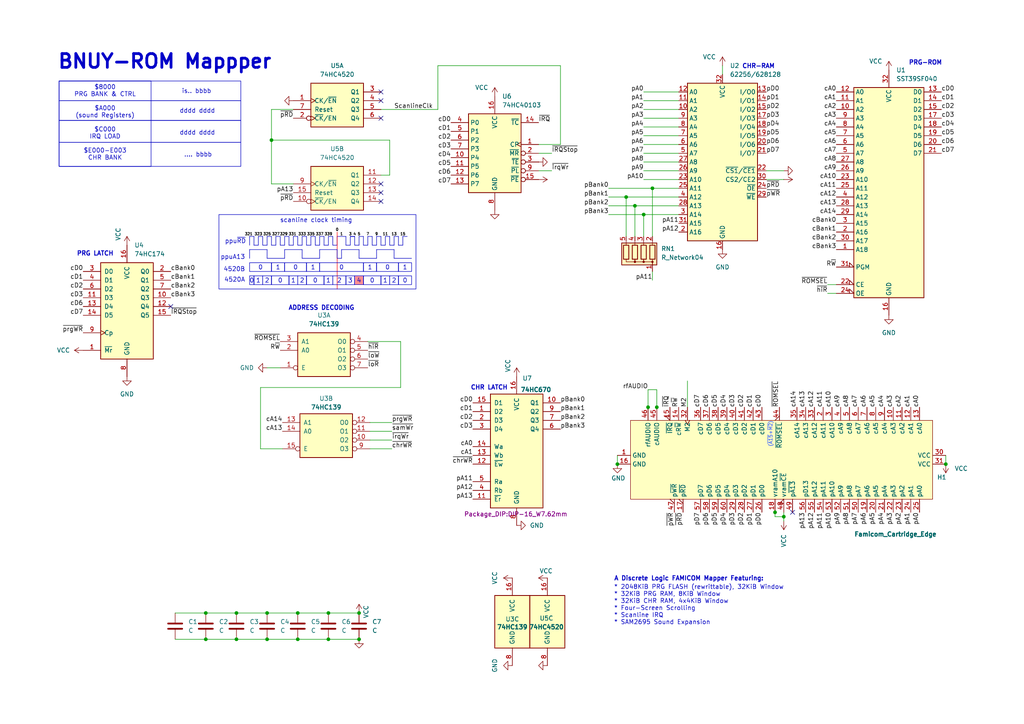
<source format=kicad_sch>
(kicad_sch (version 20250114) (generator "eeschema") (generator_version "9.0")
  (paper "A4")
  (title_block (title "BNUY-ROM Board") (date "2025-06-30") (rev "v0c"))
  (rectangle (start 17.145 34.925) (end 69.85 41.275))
  (rectangle (start 17.145 29.21) (end 69.85 34.925))
  (rectangle (start 63.5 62.23) (end 120.65 83.82))
  (rectangle (start 17.145 41.275) (end 69.85 48.26))
  (rectangle (start 17.145 23.495) (end 69.85 29.21))
  (text "3" (at 101.6 68.072 0) (effects (font (size 0.762 0.762))))
  (text "BNUY-ROM Mappper\n" (at 16.51 20.32 0) (effects (font (size 4 4) (thickness 0.8) (bold yes)) (justify left bottom)))
  (text "335" (at 90.17 68.072 0) (effects (font (size 0.762 0.762))))
  (text "321" (at 72.136 68.072 0) (effects (font (size 0.762 0.762))))
  (text "is.. bbbb" (at 52.705 27.305 0) (effects (font (size 1.27 1.27)) (justify left bottom)))
  (text "* 2048KiB PRG FLASH (rewrittable), 32KiB Window\n* 32KiB PRG RAM, 8KiB Window\n* 32KiB CHR RAM, 4x4KiB Window\n* Four-Screen Scrolling\n* Scanline IRQ\n* SAM2695 Sound Expansion" (at 178.054 181.356 0) (effects (font (size 1.27 1.27)) (justify left bottom)))
  (text "325" (at 77.47 68.072 0) (effects (font (size 0.762 0.762))))
  (text "4520B\n" (at 71.12 78.232 0) (effects (font (size 1.27 1.27)) (justify right)))
  (text "ADDRESS DECODING" (at 102.87 90.17 0) (effects (font (size 1.27 1.27) (thickness 0.254) (bold yes)) (justify right bottom)))
  (text "327" (at 80.01 68.072 0) (effects (font (size 0.762 0.762))))
  (text "15" (at 116.84 68.072 0) (effects (font (size 0.762 0.762))))
  (text "339" (at 95.25 68.072 0) (effects (font (size 0.762 0.762))))
  (text "ppuA13\n" (at 71.12 74.676 0) (effects (font (size 1.27 1.27)) (justify right)))
  (text "CHR-RAM\n" (at 224.79 20.066 0) (effects (font (size 1.27 1.27) (thickness 0.254) (bold yes)) (justify right bottom)))
  (text "dddd dddd" (at 52.07 39.37 0) (effects (font (size 1.27 1.27)) (justify left bottom)))
  (text "333" (at 87.63 68.072 0) (effects (font (size 0.762 0.762))))
  (text "337" (at 92.71 68.072 0) (effects (font (size 0.762 0.762))))
  (text ".... bbbb" (at 53.34 45.72 0) (effects (font (size 1.27 1.27)) (justify left bottom)))
  (text "4520A\n" (at 71.12 81.28 0) (effects (font (size 1.27 1.27)) (justify right)))
  (text "4" (at 102.87 68.072 0) (effects (font (size 0.762 0.762) (thickness 0.1524) (bold yes))))
  (text "329" (at 82.296 68.072 0) (effects (font (size 0.762 0.762))))
  (text "dddd dddd" (at 52.07 33.02 0) (effects (font (size 1.27 1.27)) (justify left bottom)))
  (text "CHR LATCH" (at 147.32 113.284 0) (effects (font (size 1.27 1.27) (thickness 0.254) (bold yes)) (justify right bottom)))
  (text "13" (at 114.3 68.072 0) (effects (font (size 0.762 0.762))))
  (text "323" (at 74.93 68.072 0) (effects (font (size 0.762 0.762))))
  (text "5\n" (at 104.14 68.072 0) (effects (font (size 0.762 0.762))))
  (text "A Discrete Logic FAMICOM Mapper Featuring:\n" (at 178.054 168.656 0) (effects (font (size 1.27 1.27) (thickness 0.254) (bold yes)) (justify left bottom)))
  (text "PRG-ROM\n\n" (at 273.304 21.082 0) (effects (font (size 1.27 1.27) (thickness 0.254) (bold yes)) (justify right bottom)))
  (text "0" (at 97.79 66.802 0) (effects (font (size 0.762 0.762))))
  (text "11" (at 111.76 68.072 0) (effects (font (size 0.762 0.762))))
  (text "1\n" (at 99.06 68.072 0) (effects (font (size 0.762 0.762))))
  (text "scanline clock timing" (at 91.694 64.008 0) (effects (font (size 1.27 1.27))))
  (text "PRG LATCH" (at 33.02 74.422 0) (effects (font (size 1.27 1.27) (thickness 0.254) (bold yes)) (justify right bottom)))
  (text "331" (at 84.836 68.072 0) (effects (font (size 0.762 0.762))))
  (text "ppu~{RD}\n" (at 71.374 70.104 0) (effects (font (size 1.27 1.27)) (justify right)))
  (text "7\n" (at 106.68 68.072 0) (effects (font (size 0.762 0.762))))
  (text "9\n" (at 109.22 68.072 0) (effects (font (size 0.762 0.762))))
  (text_box "$8000\nPRG BANK & CTRL\n\n$A000\n(sound Registers)\n\n$C000\nIRQ LOAD\n\n$E000-E003\nCHR BANK" (at 17.145 23.495 0) (size 26.67 24.765) (margins 0.9525 0.9525 0.9525 0.9525) (effects (font (size 1.27 1.27)) (justify top)))
  (text_box "1\n" (at 88.9 76.2 0) (size 3.81 2.54) (margins 0.9525 0.9525 0.9525 0.9525) (effects (font (size 1.27 1.27))))
  (text_box "2" (at 113.03 80.01 0) (size 2.54 2.54) (margins 0.9525 0.9525 0.9525 0.9525) (effects (font (size 1.27 1.27))))
  (text_box "0" (at 78.74 80.01 0) (size 5.08 2.54) (margins 0.9525 0.9525 0.9525 0.9525) (effects (font (size 1.27 1.27))))
  (text_box "0" (at 109.22 76.2 0) (size 6.35 2.54) (margins 0.9525 0.9525 0.9525 0.9525) (effects (font (size 1.27 1.27))))
  (text_box "0" (at 88.9 80.01 0) (size 5.08 2.54) (margins 0.9525 0.9525 0.9525 0.9525) (effects (font (size 1.27 1.27))))
  (text_box "1\n" (at 78.74 76.2 0) (size 3.81 2.54) (margins 0.9525 0.9525 0.9525 0.9525) (effects (font (size 1.27 1.27))))
  (text_box "1\n" (at 73.66 80.01 0) (size 2.54 2.54) (margins 0.9525 0.9525 0.9525 0.9525) (effects (font (size 1.27 1.27))))
  (text_box "4" (at 102.87 80.01 0) (size 2.54 2.54) (margins 0.9525 0.9525 0.9525 0.9525) (fill (type color) (color 255 141 141 1)) (effects (font (size 1.27 1.27))))
  (text_box "2" (at 86.36 80.01 0) (size 2.54 2.54) (margins 0.9525 0.9525 0.9525 0.9525) (effects (font (size 1.27 1.27))))
  (text_box "0" (at 72.39 76.2 0) (size 6.35 2.54) (margins 0.9525 0.9525 0.9525 0.9525) (effects (font (size 1.27 1.27))))
  (text_box "3" (at 100.33 80.01 0) (size 2.54 2.54) (margins 0.9525 0.9525 0.9525 0.9525) (effects (font (size 1.27 1.27))))
  (text_box "0" (at 72.39 80.01 0) (size 1.27 2.54) (margins 0.9525 0.9525 0.9525 0.9525) (effects (font (size 1.27 1.27))))
  (text_box "0" (at 115.57 80.01 0) (size 3.81 2.54) (margins 0.9525 0.9525 0.9525 0.9525) (effects (font (size 1.27 1.27))))
  (text_box "0" (at 92.71 76.2 0) (size 12.7 2.54) (margins 0.9525 0.9525 0.9525 0.9525) (effects (font (size 1.27 1.27))))
  (text_box "1\n" (at 83.82 80.01 0) (size 2.54 2.54) (margins 0.9525 0.9525 0.9525 0.9525) (effects (font (size 1.27 1.27))))
  (text_box "1\n" (at 93.98 80.01 0) (size 2.54 2.54) (margins 0.9525 0.9525 0.9525 0.9525) (effects (font (size 1.27 1.27))))
  (text_box "0" (at 105.41 80.01 0) (size 5.08 2.54) (margins 0.9525 0.9525 0.9525 0.9525) (effects (font (size 1.27 1.27))))
  (text_box "1\n" (at 110.49 80.01 0) (size 2.54 2.54) (margins 0.9525 0.9525 0.9525 0.9525) (effects (font (size 1.27 1.27))))
  (text_box "1\n" (at 105.41 76.2 0) (size 3.81 2.54) (margins 0.9525 0.9525 0.9525 0.9525) (effects (font (size 1.27 1.27))))
  (text_box "0" (at 82.55 76.2 0) (size 6.35 2.54) (margins 0.9525 0.9525 0.9525 0.9525) (effects (font (size 1.27 1.27))))
  (text_box "2" (at 76.2 80.01 0) (size 2.54 2.54) (margins 0.9525 0.9525 0.9525 0.9525) (effects (font (size 1.27 1.27))))
  (text_box "1\n" (at 115.57 76.2 0) (size 3.81 2.54) (margins 0.9525 0.9525 0.9525 0.9525) (effects (font (size 1.27 1.27))))
  (text_box "2" (at 96.52 80.01 0) (size 3.81 2.54) (margins 0.9525 0.9525 0.9525 0.9525) (effects (font (size 1.27 1.27))))
  (junction (at 104.14 185.42))
  (junction (at 95.25 177.8))
  (junction (at 86.36 185.42))
  (junction (at 95.25 185.42))
  (junction (at 227.33 149.86))
  (junction (at 181.61 57.15))
  (junction (at 78.74 40.64))
  (junction (at 190.5 118.11))
  (junction (at 189.23 54.61))
  (junction (at 274.32 134.62))
  (junction (at 186.69 62.23))
  (junction (at 77.47 177.8))
  (junction (at 184.15 59.69))
  (junction (at 104.14 177.8))
  (junction (at 68.58 185.42))
  (junction (at 77.47 185.42))
  (junction (at 224.79 148.59))
  (junction (at 86.36 177.8))
  (junction (at 187.96 118.11))
  (junction (at 59.69 177.8))
  (junction (at 59.69 185.42))
  (junction (at 68.58 177.8))
  (junction (at 179.07 134.62))
  (no_connect (at 110.49 29.21))
  (no_connect (at 229.87 148.59))
  (no_connect (at 110.49 53.34))
  (no_connect (at 110.49 55.88))
  (no_connect (at 110.49 58.42))
  (no_connect (at 110.49 26.67))
  (no_connect (at 110.49 34.29))
  (no_connect (at 49.53 88.9))
  (polyline (pts (xy 82.55 74.93) (xy 82.55 72.39)))
  (polyline (pts (xy 115.57 68.58) (xy 115.57 71.12)))
  (polyline (pts (xy 95.25 68.58) (xy 96.52 68.58)))
  (polyline (pts (xy 81.28 68.58) (xy 81.28 71.12)))
  (polyline (pts (xy 72.39 68.58) (xy 73.66 68.58)))
  (polyline (pts (xy 107.95 68.58) (xy 107.95 71.12)))
  (polyline (pts (xy 116.84 71.12) (xy 116.84 68.58)))
  (polyline (pts (xy 77.47 72.39) (xy 77.47 74.93)))
  (wire (pts (xy 176.53 54.61) (xy 189.23 54.61)))
  (polyline (pts (xy 114.3 74.93) (xy 119.38 74.93)))
  (polyline (pts (xy 96.52 68.58) (xy 96.52 71.12)))
  (polyline (pts (xy 88.9 71.12) (xy 90.17 71.12)))
  (polyline (pts (xy 101.6 68.58) (xy 102.87 68.58)))
  (wire (pts (xy 227.33 149.86) (xy 227.33 148.59)))
  (wire (pts (xy 162.56 19.05) (xy 127 19.05)))
  (wire (pts (xy 68.58 185.42) (xy 77.47 185.42)))
  (polyline (pts (xy 82.55 71.12) (xy 82.55 68.58)))
  (polyline (pts (xy 83.82 71.12) (xy 85.09 71.12)))
  (wire (pts (xy 86.36 177.8) (xy 95.25 177.8)))
  (wire (pts (xy 190.5 118.745) (xy 190.5 118.11)))
  (wire (pts (xy 78.74 31.75) (xy 85.09 31.75)))
  (wire (pts (xy 227.33 149.86) (xy 224.79 149.86)))
  (wire (pts (xy 86.36 185.42) (xy 95.25 185.42)))
  (polyline (pts (xy 87.63 68.58) (xy 88.9 68.58)))
  (wire (pts (xy 113.665 122.555) (xy 107.315 122.555)))
  (polyline (pts (xy 104.14 72.39) (xy 104.14 74.93)))
  (wire (pts (xy 186.69 41.91) (xy 196.85 41.91)))
  (wire (pts (xy 160.02 49.53) (xy 156.21 49.53)))
  (wire (pts (xy 59.69 185.42) (xy 68.58 185.42)))
  (polyline (pts (xy 95.25 71.12) (xy 95.25 68.58)))
  (wire (pts (xy 113.03 50.8) (xy 110.49 50.8)))
  (wire (pts (xy 186.69 26.67) (xy 196.85 26.67)))
  (polyline (pts (xy 82.55 68.58) (xy 83.82 68.58)))
  (polyline (pts (xy 113.03 68.58) (xy 113.03 71.12)))
  (wire (pts (xy 78.74 40.64) (xy 113.03 40.64)))
  (polyline (pts (xy 73.66 68.58) (xy 73.66 71.12)))
  (polyline (pts (xy 82.55 72.39) (xy 87.63 72.39)))
  (polyline (pts (xy 92.71 68.58) (xy 93.98 68.58)))
  (polyline (pts (xy 72.39 71.12) (xy 72.39 68.58)))
  (wire (pts (xy 162.56 41.91) (xy 162.56 19.05)))
  (polyline (pts (xy 97.79 67.31) (xy 97.79 83.82)) (stroke (width 0) (type solid) (color 255 0 0 1)))
  (wire (pts (xy 116.205 99.06) (xy 106.68 99.06)))
  (polyline (pts (xy 85.09 68.58) (xy 86.36 68.58)))
  (wire (pts (xy 240.03 82.55) (xy 242.57 82.55)))
  (wire (pts (xy 127 19.05) (xy 127 31.75)))
  (polyline (pts (xy 77.47 71.12) (xy 77.47 68.58)))
  (polyline (pts (xy 81.28 71.12) (xy 82.55 71.12)))
  (wire (pts (xy 224.79 149.86) (xy 224.79 148.59)))
  (wire (pts (xy 176.53 57.15) (xy 181.61 57.15)))
  (polyline (pts (xy 115.57 71.12) (xy 116.84 71.12)))
  (polyline (pts (xy 96.52 71.12) (xy 97.79 71.12)))
  (wire (pts (xy 186.69 39.37) (xy 196.85 39.37)))
  (wire (pts (xy 68.58 177.8) (xy 77.47 177.8)))
  (polyline (pts (xy 78.74 71.12) (xy 80.01 71.12)))
  (wire (pts (xy 187.96 118.745) (xy 187.96 118.11)))
  (polyline (pts (xy 74.93 71.12) (xy 74.93 68.58)))
  (polyline (pts (xy 73.66 71.12) (xy 74.93 71.12)))
  (wire (pts (xy 77.47 106.68) (xy 81.28 106.68)))
  (polyline (pts (xy 86.36 71.12) (xy 87.63 71.12)))
  (wire (pts (xy 156.21 41.91) (xy 162.56 41.91)))
  (wire (pts (xy 181.61 57.15) (xy 196.85 57.15)))
  (wire (pts (xy 50.8 185.42) (xy 59.69 185.42)))
  (wire (pts (xy 113.665 127.635) (xy 107.315 127.635)))
  (polyline (pts (xy 87.63 71.12) (xy 87.63 68.58)))
  (wire (pts (xy 78.74 53.34) (xy 85.09 53.34)))
  (wire (pts (xy 95.25 185.42) (xy 104.14 185.42)))
  (wire (pts (xy 186.69 52.07) (xy 196.85 52.07)))
  (polyline (pts (xy 107.95 71.12) (xy 109.22 71.12)))
  (polyline (pts (xy 114.3 71.12) (xy 114.3 68.58)))
  (polyline (pts (xy 111.76 68.58) (xy 113.03 68.58)))
  (wire (pts (xy 224.79 148.59) (xy 224.79 147.955)))
  (polyline (pts (xy 106.68 68.58) (xy 107.95 68.58)))
  (polyline (pts (xy 91.44 68.58) (xy 91.44 71.12)))
  (polyline (pts (xy 87.63 72.39) (xy 87.63 74.93)))
  (polyline (pts (xy 99.06 72.39) (xy 104.14 72.39)))
  (wire (pts (xy 189.23 54.61) (xy 196.85 54.61)))
  (polyline (pts (xy 77.47 74.93) (xy 82.55 74.93)))
  (wire (pts (xy 227.33 151.13) (xy 227.33 149.86)))
  (wire (pts (xy 77.47 185.42) (xy 86.36 185.42)))
  (polyline (pts (xy 92.71 71.12) (xy 92.71 68.58)))
  (wire (pts (xy 186.69 31.75) (xy 196.85 31.75)))
  (wire (pts (xy 113.665 125.095) (xy 107.315 125.095)))
  (wire (pts (xy 176.53 62.23) (xy 186.69 62.23)))
  (polyline (pts (xy 90.17 68.58) (xy 91.44 68.58)))
  (polyline (pts (xy 72.39 74.93) (xy 72.39 72.39)))
  (polyline (pts (xy 102.87 68.58) (xy 102.87 71.12)))
  (wire (pts (xy 187.96 113.03) (xy 190.5 113.03)))
  (wire (pts (xy 75.565 130.175) (xy 81.915 130.175)))
  (wire (pts (xy 227.33 52.07) (xy 222.25 52.07)))
  (polyline (pts (xy 88.9 68.58) (xy 88.9 71.12)))
  (polyline (pts (xy 92.71 72.39) (xy 97.79 72.39)))
  (wire (pts (xy 75.565 130.175) (xy 75.565 112.395)))
  (wire (pts (xy 190.5 118.11) (xy 190.5 113.03)))
  (wire (pts (xy 59.69 177.8) (xy 68.58 177.8)))
  (wire (pts (xy 160.02 44.45) (xy 156.21 44.45)))
  (wire (pts (xy 75.565 112.395) (xy 116.205 112.395)))
  (wire (pts (xy 187.96 118.11) (xy 187.96 113.03)))
  (wire (pts (xy 116.205 112.395) (xy 116.205 99.06)))
  (polyline (pts (xy 100.33 71.12) (xy 101.6 71.12)))
  (polyline (pts (xy 83.82 68.58) (xy 83.82 71.12)))
  (wire (pts (xy 186.69 34.29) (xy 196.85 34.29)))
  (polyline (pts (xy 87.63 74.93) (xy 92.71 74.93)))
  (polyline (pts (xy 100.33 68.58) (xy 100.33 71.12)))
  (polyline (pts (xy 105.41 71.12) (xy 105.41 68.58)))
  (wire (pts (xy 50.8 177.8) (xy 59.69 177.8)))
  (polyline (pts (xy 74.93 68.58) (xy 76.2 68.58)))
  (wire (pts (xy 227.33 49.53) (xy 222.25 49.53)))
  (wire (pts (xy 186.69 44.45) (xy 196.85 44.45)))
  (wire (pts (xy 240.03 85.09) (xy 242.57 85.09)))
  (wire (pts (xy 199.39 110.49) (xy 199.39 118.11)))
  (polyline (pts (xy 102.87 71.12) (xy 104.14 71.12)))
  (polyline (pts (xy 114.3 68.58) (xy 115.57 68.58)))
  (polyline (pts (xy 113.03 71.12) (xy 114.3 71.12)))
  (wire (pts (xy 186.69 46.99) (xy 196.85 46.99)))
  (polyline (pts (xy 85.09 71.12) (xy 85.09 68.58)))
  (polyline (pts (xy 90.17 71.12) (xy 90.17 68.58)))
  (polyline (pts (xy 76.2 68.58) (xy 76.2 71.12)))
  (polyline (pts (xy 97.79 68.58) (xy 100.33 68.58)))
  (wire (pts (xy 186.69 68.58) (xy 186.69 62.23)))
  (polyline (pts (xy 80.01 68.58) (xy 81.28 68.58)))
  (wire (pts (xy 186.69 36.83) (xy 196.85 36.83)))
  (polyline (pts (xy 104.14 74.93) (xy 109.22 74.93)))
  (wire (pts (xy 189.23 81.28) (xy 189.23 78.74)))
  (polyline (pts (xy 97.79 74.93) (xy 99.06 74.93)))
  (wire (pts (xy 77.47 177.8) (xy 86.36 177.8)))
  (wire (pts (xy 179.07 134.62) (xy 179.07 132.08)))
  (polyline (pts (xy 109.22 68.58) (xy 110.49 68.58)))
  (wire (pts (xy 186.69 49.53) (xy 196.85 49.53)))
  (polyline (pts (xy 101.6 71.12) (xy 101.6 68.58)))
  (polyline (pts (xy 92.71 74.93) (xy 92.71 72.39)))
  (polyline (pts (xy 105.41 68.58) (xy 104.14 68.58)))
  (wire (pts (xy 78.74 40.64) (xy 78.74 31.75)))
  (wire (pts (xy 181.61 57.15) (xy 181.61 68.58)))
  (polyline (pts (xy 93.98 71.12) (xy 95.25 71.12)))
  (polyline (pts (xy 109.22 74.93) (xy 109.22 72.39)))
  (wire (pts (xy 186.69 29.21) (xy 196.85 29.21)))
  (polyline (pts (xy 114.3 72.39) (xy 114.3 74.93)))
  (wire (pts (xy 110.49 31.75) (xy 127 31.75)))
  (wire (pts (xy 186.69 62.23) (xy 196.85 62.23)))
  (polyline (pts (xy 97.79 72.39) (xy 97.79 74.93)))
  (polyline (pts (xy 78.74 68.58) (xy 78.74 71.12)))
  (polyline (pts (xy 110.49 68.58) (xy 110.49 71.12)))
  (wire (pts (xy 274.32 132.08) (xy 274.32 134.62)))
  (polyline (pts (xy 80.01 71.12) (xy 80.01 68.58)))
  (wire (pts (xy 189.23 54.61) (xy 189.23 68.58)))
  (wire (pts (xy 113.03 50.8) (xy 113.03 40.64)))
  (wire (pts (xy 95.25 177.8) (xy 104.14 177.8)))
  (polyline (pts (xy 109.22 72.39) (xy 114.3 72.39)))
  (wire (pts (xy 78.74 40.64) (xy 78.74 53.34)))
  (polyline (pts (xy 86.36 68.58) (xy 86.36 71.12)))
  (polyline (pts (xy 93.98 68.58) (xy 93.98 71.12)))
  (polyline (pts (xy 77.47 68.58) (xy 78.74 68.58)))
  (wire (pts (xy 113.665 130.175) (xy 107.315 130.175)))
  (polyline (pts (xy 91.44 71.12) (xy 92.71 71.12)))
  (polyline (pts (xy 109.22 71.12) (xy 109.22 68.58)))
  (polyline (pts (xy 97.79 68.58) (xy 97.79 71.12)))
  (wire (pts (xy 184.15 59.69) (xy 196.85 59.69)))
  (polyline (pts (xy 111.76 71.12) (xy 111.76 68.58)))
  (polyline (pts (xy 101.6 68.58) (xy 102.87 68.58)))
  (polyline (pts (xy 104.14 71.12) (xy 104.14 68.58)))
  (polyline (pts (xy 105.41 71.12) (xy 106.68 71.12)))
  (wire (pts (xy 176.53 59.69) (xy 184.15 59.69)))
  (polyline (pts (xy 110.49 71.12) (xy 111.76 71.12)))
  (polyline (pts (xy 99.06 74.93) (xy 99.06 72.39)))
  (polyline (pts (xy 76.2 71.12) (xy 77.47 71.12)))
  (polyline (pts (xy 72.39 72.39) (xy 77.47 72.39)))
  (polyline (pts (xy 116.84 68.58) (xy 118.11 68.58)))
  (wire (pts (xy 184.15 59.69) (xy 184.15 68.58)))
  (polyline (pts (xy 106.68 71.12) (xy 106.68 68.58)))
  (wire (pts (xy 209.55 19.05) (xy 209.55 21.59)))
  (label "~{hiR}" (at 240.03 85.09 180))
  (label "pD3" (at 222.25 34.29 0))
  (label "cA0" (at 137.16 129.54 180))
  (label "cD1" (at 137.16 119.38 180))
  (label "~{chrWR}" (at 137.16 134.62 180))
  (label "cA0" (at 242.57 26.67 180))
  (label "M2" (at 199.39 118.11 90))
  (label "pBank1" (at 162.56 119.38 0))
  (label "cA7" (at 248.92 118.11 90))
  (label "~{loW}" (at 106.68 104.14 0))
  (label "pD0" (at 220.98 148.59 270))
  (label "cA11" (at 242.57 54.61 180))
  (label "~{irqWr}" (at 113.665 127.635 0))
  (label "cD7" (at 273.05 44.45 0))
  (label "cD2" (at 24.13 83.82 180))
  (label "pD5" (at 222.25 39.37 0))
  (label "cA14" (at 81.915 122.555 180))
  (label "~{ROMSEL}" (at 226.06 118.11 90))
  (label "pA8" (at 246.38 148.59 270))
  (label "pA7" (at 248.92 148.59 270))
  (label "~{chrWR}" (at 113.665 130.175 0))
  (label "cD3" (at 130.81 43.18 180))
  (label "pBank0" (at 176.53 54.61 180))
  (label "cA8" (at 246.38 118.11 90))
  (label "cBank1" (at 49.53 81.28 0))
  (label "~{prgWR}" (at 24.13 96.52 180))
  (label "pA1" (at 264.16 148.59 270))
  (label "pBank3" (at 162.56 124.46 0))
  (label "~{pRD}" (at 198.12 148.59 270))
  (label "cD5" (at 208.28 118.11 90))
  (label "cA10" (at 241.3 118.11 90))
  (label "~{ROMSEL}" (at 81.28 99.06 180))
  (label "cBank3" (at 49.53 86.36 0))
  (label "pA9" (at 243.84 148.59 270))
  (label "~{prgWR}" (at 113.665 122.555 0))
  (label "~{hiR}" (at 106.68 101.6 0))
  (label "cA2" (at 261.62 118.11 90))
  (label "pA1" (at 186.69 29.21 180))
  (label "pD7" (at 222.25 44.45 0))
  (label "cA3" (at 259.08 118.11 90))
  (label "pA2" (at 186.69 31.75 180))
  (label "cD1" (at 24.13 81.28 180))
  (label "~{pWR}" (at 222.25 57.15 0))
  (label "cD1" (at 218.44 118.11 90))
  (label "pBank3" (at 176.53 62.23 180))
  (label "cA0" (at 266.7 118.11 90))
  (label "~{IRQ}" (at 194.31 118.11 90))
  (label "cA5" (at 254 118.11 90))
  (label "~{pRD}" (at 222.25 54.61 0))
  (label "cBank2" (at 242.57 69.85 180))
  (label "pD1" (at 218.44 148.59 270))
  (label "cD6" (at 205.74 118.11 90))
  (label "cD2" (at 130.81 40.64 180))
  (label "cA5" (at 242.57 39.37 180))
  (label "cA14" (at 231.14 118.11 90))
  (label "pA13" (at 85.09 55.88 180))
  (label "~{IRQ}" (at 156.21 35.56 0))
  (label "pA3" (at 186.69 34.29 180))
  (label "cD4" (at 273.05 36.83 0))
  (label "pA11" (at 189.23 81.28 180))
  (label "cD5" (at 130.81 48.26 180))
  (label "~{pWR}" (at 195.58 148.59 270))
  (label "pA12" (at 137.16 142.24 180))
  (label "pA4" (at 186.69 36.83 180))
  (label "pD6" (at 205.74 148.59 270))
  (label "pA10" (at 241.3 148.59 270))
  (label "cBank1" (at 242.57 67.31 180))
  (label "~{irqWr}" (at 160.02 49.53 0))
  (label "pA5" (at 254 148.59 270))
  (label "cA14" (at 242.57 62.23 180))
  (label "cD7" (at 130.81 53.34 180))
  (label "cA1" (at 137.16 132.08 180))
  (label "cA8" (at 242.57 46.99 180))
  (label "cA6" (at 242.57 41.91 180))
  (label "cD6" (at 130.81 50.8 180))
  (label "cD3" (at 213.36 118.11 90))
  (label "~{IRQStop}" (at 160.02 44.45 0))
  (label "pD0" (at 222.25 26.67 0))
  (label "cA4" (at 242.57 36.83 180))
  (label "cD1" (at 273.05 29.21 0))
  (label "cD6" (at 273.05 41.91 0))
  (label "pBank0" (at 162.56 116.84 0))
  (label "ScanlineClk" (at 114.3 31.75 0))
  (label "pBank1" (at 176.53 57.15 180))
  (label "cD3" (at 137.16 124.46 180))
  (label "pBank2" (at 176.53 59.69 180))
  (label "~{ROMSEL}" (at 240.03 82.55 180))
  (label "cA7" (at 242.57 44.45 180))
  (label "pA2" (at 261.62 148.59 270))
  (label "pD4" (at 222.25 36.83 0))
  (label "pA0" (at 266.7 148.59 270))
  (label "pA10" (at 186.69 52.07 180))
  (label "cA1" (at 242.57 29.21 180))
  (label "cD2" (at 273.05 31.75 0))
  (label "~{samWr}" (at 113.665 125.095 0))
  (label "cA9" (at 242.57 49.53 180))
  (label "cA12" (at 242.57 57.15 180))
  (label "cD6" (at 24.13 88.9 180))
  (label "pA4" (at 256.54 148.59 270))
  (label "pA7" (at 186.69 44.45 180))
  (label "~{loR}" (at 106.68 106.68 0))
  (label "cA3" (at 242.57 34.29 180))
  (label "R~{W}" (at 196.85 118.11 90))
  (label "~{pRD}" (at 85.09 34.29 180))
  (label "pA9" (at 186.69 49.53 180))
  (label "cA12" (at 236.22 118.11 90))
  (label "pD5" (at 208.28 148.59 270))
  (label "pA13" (at 137.16 144.78 180))
  (label "pD2" (at 222.25 31.75 0))
  (label "cBank0" (at 242.57 64.77 180))
  (label "cBank3" (at 242.57 72.39 180))
  (label "pA0" (at 186.69 26.67 180))
  (label "cA2" (at 242.57 31.75 180))
  (label "pA12" (at 236.22 148.59 270))
  (label "pA3" (at 259.08 148.59 270))
  (label "cD0" (at 220.98 118.11 90))
  (label "R~{W}" (at 242.57 77.47 180))
  (label "pA5" (at 186.69 39.37 180))
  (label "pA11" (at 238.76 148.59 270))
  (label "cD3" (at 273.05 34.29 0))
  (label "~{IRQStop}" (at 49.53 91.44 0))
  (label "cA4" (at 256.54 118.11 90))
  (label "cD7" (at 24.13 91.44 180))
  (label "cD2" (at 215.9 118.11 90))
  (label "pD3" (at 213.36 148.59 270))
  (label "cD4" (at 210.82 118.11 90))
  (label "pBank2" (at 162.56 121.92 0))
  (label "cD0" (at 273.05 26.67 0))
  (label "cD3" (at 24.13 86.36 180))
  (label "pD7" (at 203.2 148.59 270))
  (label "cA1" (at 264.16 118.11 90))
  (label "pD4" (at 210.82 148.59 270))
  (label "cA6" (at 251.46 118.11 90))
  (label "cD2" (at 137.16 121.92 180))
  (label "cD0" (at 137.16 116.84 180))
  (label "cD0" (at 24.13 78.74 180))
  (label "pA8" (at 186.69 46.99 180))
  (label "cBank2" (at 49.53 83.82 0))
  (label "cA10" (at 242.57 52.07 180))
  (label "pA11" (at 137.16 139.7 180))
  (label "~{pRD}" (at 85.09 58.42 180))
  (label "pA6" (at 186.69 41.91 180))
  (label "R~{W}" (at 81.28 101.6 180))
  (label "cA13" (at 242.57 59.69 180))
  (label "pD6" (at 222.25 41.91 0))
  (label "cA11" (at 238.76 118.11 90))
  (label "cD4" (at 130.81 45.72 180))
  (label "cD7" (at 203.2 118.11 90))
  (label "rfAUDIO" (at 187.96 113.03 180))
  (label "pA13" (at 233.68 148.59 270))
  (label "cA13" (at 81.915 125.095 180))
  (label "cD1" (at 130.81 38.1 180))
  (label "cD0" (at 130.81 35.56 180))
  (label "pA6" (at 251.46 148.59 270))
  (label "pA11" (at 196.85 64.77 180))
  (label "cA9" (at 243.84 118.11 90))
  (label "pD1" (at 222.25 29.21 0))
  (label "pA12" (at 196.85 67.31 180))
  (label "cA13" (at 233.68 118.11 90))
  (label "cD5" (at 273.05 39.37 0))
  (label "pD2" (at 215.9 148.59 270))
  (label "cBank0" (at 49.53 78.74 0))
  (symbol (lib_name "4520_2") (lib_id "4xxx:4520") (at 97.79 53.34 0) (unit 2)
    (property "Reference" "U5" (at 97.79 43.18 0))
    (property "Value" "74HC4520" (at 97.79 45.72 0))
    (property "Footprint" "Package_DIP:DIP-16_W7.62mm" (effects (hide yes)))
    (property "Datasheet" "http://www.intersil.com/content/dam/Intersil/documents/cd45/cd4518bms-20bms.pdf" (effects (hide yes)))
    (property "Description" "Dual Binary Up-Counter" (effects (hide yes)))
  )
  (symbol (lib_id "74xx:74LS139") (at 94.615 125.095 0) (unit 2)
    (property "Reference" "U3" (at 94.615 115.57 0))
    (property "Value" "74HC139" (at 94.615 118.11 0) (effects (font (thickness 0.254) (bold yes))))
    (property "Footprint" "Package_DIP:DIP-16_W7.62mm" (effects (hide yes)))
    (property "Datasheet" "http://www.ti.com/lit/ds/symlink/sn74ls139a.pdf" (effects (hide yes)))
  )
  (symbol (lib_id "power:VCC") (at 158.75 167.64 90) (mirror x) (unit 1)
    (property "Reference" "#PWR055" (effects (hide yes)))
    (property "Value" "VCC" (at 156.464 165.608 90) (effects (justify right)))
  )
  (symbol (lib_id "Device:R_Network04") (at 184.15 73.66 180) (unit 1)
    (property "Reference" "RN1" (at 191.77 72.1359 0) (effects (justify right)))
    (property "Value" "R_Network04" (at 191.77 74.6759 0) (effects (justify right)))
    (property "Footprint" "Resistor_THT:R_Array_SIP5" (effects (hide yes)))
    (property "Datasheet" "http://www.vishay.com/docs/31509/csc.pdf" (effects (hide yes)))
    (property "Description" "4 resistor network, star topology, bussed resistors, small symbol" (effects (hide yes)))
  )
  (symbol (lib_id "power:VCC") (at 156.21 52.07 270) (unit 1)
    (property "Reference" "#PWR023" (effects (hide yes)))
    (property "Value" "VCC" (effects (hide yes)))
  )
  (symbol (lib_name "GND_2") (lib_id "power:GND") (at 143.51 60.96 0) (unit 1)
    (property "Reference" "#PWR056" (effects (hide yes)))
    (property "Value" "GND" (effects (hide yes)))
    (property "Description" "Power symbol creates a global label with name \"GND\" , ground" (effects (hide yes)))
  )
  (symbol (lib_id "power:GND") (at 36.83 109.22 0) (unit 1)
    (property "Reference" "#PWR045" (effects (hide yes)))
    (property "Value" "GND" (at 36.83 114.3 0))
  )
  (symbol (lib_id "Memory_Flash:SST39SF040") (at 257.81 57.15 0) (unit 1)
    (property "Reference" "U1" (at 259.9533 20.32 0) (effects (justify left)))
    (property "Value" "SST39SF040" (at 259.9533 22.86 0) (effects (justify left)))
    (property "Footprint" "Footprint:PLCC-DIP-32_THT-Socket" (effects (hide yes)))
    (property "Datasheet" "http://ww1.microchip.com/downloads/en/DeviceDoc/25022B.pdf" (effects (hide yes)))
    (property "Description" "Silicon Storage Technology (SSF) 512k x 8 Flash ROM" (effects (hide yes)))
  )
  (symbol (lib_id "Device:C") (at 77.47 181.61 0) (unit 1)
    (property "Reference" "C4" (at 81.28 180.3399 0) (effects (justify left)))
    (property "Value" "C" (at 81.28 182.8799 0) (effects (justify left)))
    (property "Footprint" "Capacitor_THT:C_Disc_D3.0mm_W1.6mm_P2.50mm" (effects (hide yes)))
    (property "Description" "Unpolarized capacitor" (effects (hide yes)))
  )
  (symbol (lib_id "Device:C") (at 86.36 181.61 0) (unit 1)
    (property "Reference" "C5" (at 90.17 180.3399 0) (effects (justify left)))
    (property "Value" "C" (at 90.17 182.8799 0) (effects (justify left)))
    (property "Footprint" "Capacitor_THT:C_Disc_D3.0mm_W1.6mm_P2.50mm" (effects (hide yes)))
    (property "Description" "Unpolarized capacitor" (effects (hide yes)))
  )
  (symbol (lib_id "power:GND") (at 148.59 193.04 270) (unit 1)
    (property "Reference" "#PWR03" (effects (hide yes)))
    (property "Value" "GND" (at 143.51 193.04 0))
  )
  (symbol (lib_id "power:GND") (at 209.55 72.39 0) (unit 1)
    (property "Reference" "#PWR018" (effects (hide yes)))
    (property "Value" "GND" (at 209.55 77.47 0))
  )
  (symbol (lib_name "GND_2") (lib_id "power:GND") (at 85.09 29.21 270) (unit 1)
    (property "Reference" "#PWR053" (effects (hide yes)))
    (property "Value" "GND" (effects (hide yes)))
    (property "Description" "Power symbol creates a global label with name \"GND\" , ground" (effects (hide yes)))
  )
  (symbol (lib_id "Device:C") (at 95.25 181.61 0) (unit 1)
    (property "Reference" "C6" (at 99.06 180.3399 0) (effects (justify left)))
    (property "Value" "C" (at 99.06 182.8799 0) (effects (justify left)))
    (property "Footprint" "Capacitor_THT:C_Disc_D3.0mm_W1.6mm_P2.50mm" (effects (hide yes)))
    (property "Description" "Unpolarized capacitor" (effects (hide yes)))
  )
  (symbol (lib_id "Device:C") (at 104.14 181.61 0) (unit 1)
    (property "Reference" "C7" (at 107.95 180.3399 0) (effects (justify left)))
    (property "Value" "C" (at 107.95 182.8799 0) (effects (justify left)))
    (property "Footprint" "Capacitor_THT:C_Disc_D3.0mm_W1.6mm_P2.50mm" (effects (hide yes)))
    (property "Description" "Unpolarized capacitor" (effects (hide yes)))
  )
  (symbol (lib_name "4520_1") (lib_id "4xxx:4520") (at 97.79 29.21 0) (unit 1)
    (property "Reference" "U5" (at 97.79 19.05 0))
    (property "Value" "74HC4520" (at 97.79 21.59 0))
    (property "Footprint" "Package_DIP:DIP-16_W7.62mm" (effects (hide yes)))
    (property "Datasheet" "http://www.intersil.com/content/dam/Intersil/documents/cd45/cd4518bms-20bms.pdf" (effects (hide yes)))
    (property "Description" "Dual Binary Up-Counter" (effects (hide yes)))
  )
  (symbol (lib_id "power:GND") (at 77.47 106.68 270) (unit 1)
    (property "Reference" "#PWR04" (effects (hide yes)))
    (property "Value" "GND" (at 73.66 106.68 90) (effects (justify right)))
  )
  (symbol (lib_id "Famicom:Famicom_Cartridge_Edge") (at 179.07 116.84 270) (unit 1)
    (property "Reference" "H1" (at 271.78 138.43 90) (effects (justify left)))
    (property "Value" "Famicom_Cartridge_Edge" (at 247.65 154.94 90) (effects (font (thickness 0.254) (bold yes)) (justify left)))
    (property "Footprint" "famicom:Famicom Cartridge Edge Connector (long legs)" (effects (hide yes)))
  )
  (symbol (lib_id "power:VCC") (at 149.86 109.22 0) (unit 1)
    (property "Reference" "#PWR010" (effects (hide yes)))
    (property "Value" "VCC" (at 147.32 104.14 90) (effects (justify right)))
  )
  (symbol (lib_id "power:GND") (at 257.81 91.44 0) (unit 1)
    (property "Reference" "#PWR021" (effects (hide yes)))
    (property "Value" "GND" (at 257.81 96.52 0))
  )
  (symbol (lib_id "74xx:74LS174") (at 36.83 88.9 0) (unit 1)
    (property "Reference" "U4" (at 38.9733 71.12 0) (effects (justify left)))
    (property "Value" "74HC174" (at 38.9733 73.66 0) (effects (justify left)))
    (property "Footprint" "Package_DIP:DIP-16_W7.62mm" (effects (hide yes)))
    (property "Datasheet" "http://www.ti.com/lit/gpn/sn74LS174" (effects (hide yes)))
    (property "Description" "Hex D-type Flip-Flop, reset" (effects (hide yes)))
  )
  (symbol (lib_id "power:VCC") (at 148.59 167.64 90) (unit 1)
    (property "Reference" "#PWR05" (effects (hide yes)))
    (property "Value" "VCC" (at 143.51 167.64 0))
  )
  (symbol (lib_id "power:VCC") (at 274.32 134.62 180) (unit 1)
    (property "Reference" "#PWR02" (effects (hide yes)))
    (property "Value" "VCC" (at 276.86 135.8899 0) (effects (justify right)))
  )
  (symbol (lib_id "power:GND") (at 179.07 134.62 0) (unit 1)
    (property "Reference" "#PWR01" (effects (hide yes)))
    (property "Value" "GND" (at 177.292 138.684 0) (effects (justify left)))
  )
  (symbol (lib_name "GND_2") (lib_id "power:GND") (at 156.21 46.99 90) (unit 1)
    (property "Reference" "#PWR057" (effects (hide yes)))
    (property "Value" "GND" (effects (hide yes)))
    (property "Description" "Power symbol creates a global label with name \"GND\" , ground" (effects (hide yes)))
  )
  (symbol (lib_id "Device:C") (at 59.69 181.61 0) (unit 1)
    (property "Reference" "C2" (at 63.5 180.3399 0) (effects (justify left)))
    (property "Value" "C" (at 63.5 182.8799 0) (effects (justify left)))
    (property "Footprint" "Capacitor_THT:C_Disc_D3.0mm_W1.6mm_P2.50mm" (effects (hide yes)))
    (property "Description" "Unpolarized capacitor" (effects (hide yes)))
  )
  (symbol (lib_name "VCC_1") (lib_id "power:VCC") (at 24.13 101.6 90) (unit 1)
    (property "Reference" "#PWR06" (effects (hide yes)))
    (property "Value" "VCC" (at 20.32 101.5999 90) (effects (justify left)))
    (property "Description" "Power symbol creates a global label with name \"VCC\"" (effects (hide yes)))
  )
  (symbol (lib_id "74xx:74LS139") (at 148.59 180.34 0) (unit 3)
    (property "Reference" "U3" (at 148.59 179.578 0))
    (property "Value" "74HC139" (at 148.59 181.864 0) (effects (font (thickness 0.254) (bold yes))))
    (property "Footprint" "Package_DIP:DIP-16_W7.62mm" (effects (hide yes)))
    (property "Datasheet" "http://www.ti.com/lit/ds/symlink/sn74ls139a.pdf" (effects (hide yes)))
  )
  (symbol (lib_name "VCC_2") (lib_id "power:VCC") (at 227.33 52.07 270) (unit 1)
    (property "Reference" "#PWR013" (effects (hide yes)))
    (property "Value" "VCC" (effects (hide yes)))
    (property "Description" "Power symbol creates a global label with name \"VCC\"" (effects (hide yes)))
  )
  (symbol (lib_id "Device:C") (at 68.58 181.61 0) (unit 1)
    (property "Reference" "C3" (at 72.39 180.3399 0) (effects (justify left)))
    (property "Value" "C" (at 72.39 182.8799 0) (effects (justify left)))
    (property "Footprint" "Capacitor_THT:C_Disc_D3.0mm_W1.6mm_P2.50mm" (effects (hide yes)))
    (property "Description" "Unpolarized capacitor" (effects (hide yes)))
  )
  (symbol (lib_id "power:VCC") (at 143.51 27.94 0) (unit 1)
    (property "Reference" "#PWR022" (effects (hide yes)))
    (property "Value" "VCC" (at 139.7 25.4 0))
  )
  (symbol (lib_id "power:VCC") (at 104.14 177.8 0) (mirror y) (unit 1)
    (property "Reference" "#PWR059" (effects (hide yes)))
    (property "Value" "VCC" (at 106.172 175.514 90) (effects (justify right)))
  )
  (symbol (lib_id "power:GND") (at 149.86 152.4 90) (unit 1)
    (property "Reference" "#PWR09" (effects (hide yes)))
    (property "Value" "GND" (at 153.67 152.3999 90) (effects (justify right)))
  )
  (symbol (lib_id "74xxEX:74HC40103") (at 143.51 44.45 0) (unit 1)
    (property "Reference" "U6" (at 145.6533 27.94 0) (effects (justify left)))
    (property "Value" "74HC40103" (at 145.6533 30.48 0) (effects (justify left)))
    (property "Footprint" "Package_DIP:DIP-16_W7.62mm" (effects (hide yes)))
    (property "Datasheet" "https://www.ti.com/lit/ds/symlink/cd74hc40103.pdf" (effects (hide yes)))
    (property "Description" "8-Stage Synchronous Down Counter" (effects (hide yes)))
  )
  (symbol (lib_id "74xx:74LS670") (at 149.86 129.54 0) (unit 1)
    (property "Reference" "U7" (at 152.9079 109.728 0))
    (property "Value" "74HC670" (at 155.448 113.03 0) (effects (font (thickness 0.254) (bold yes))))
    (property "Footprint" "Package_DIP:DIP-16_W7.62mm" (at 149.606 149.098 0))
    (property "Datasheet" "http://www.ti.com/lit/gpn/sn74LS670" (effects (hide yes)))
  )
  (symbol (lib_id "power:VCC") (at 227.33 151.13 180) (unit 1)
    (property "Reference" "#PWR012" (effects (hide yes)))
    (property "Value" "VCC" (at 227.33 154.94 90) (effects (justify left)))
  )
  (symbol (lib_id "4xxx:4520") (at 158.75 180.34 0) (unit 3)
    (property "Reference" "U5" (at 158.496 179.324 0))
    (property "Value" "74HC4520" (at 158.496 181.864 0) (effects (font (thickness 0.254) (bold yes))))
    (property "Footprint" "Package_DIP:DIP-16_W7.62mm" (effects (hide yes)))
    (property "Datasheet" "http://www.intersil.com/content/dam/Intersil/documents/cd45/cd4518bms-20bms.pdf" (effects (hide yes)))
    (property "Description" "Dual Binary Up-Counter" (effects (hide yes)))
  )
  (symbol (lib_id "Device:C") (at 50.8 181.61 0) (unit 1)
    (property "Reference" "C1" (at 54.61 180.3399 0) (effects (justify left)))
    (property "Value" "C" (at 54.61 182.8799 0) (effects (justify left)))
    (property "Footprint" "Capacitor_THT:C_Disc_D3.0mm_W1.6mm_P2.50mm" (effects (hide yes)))
    (property "Description" "Unpolarized capacitor" (effects (hide yes)))
  )
  (symbol (lib_id "power:GND") (at 227.33 49.53 90) (unit 1)
    (property "Reference" "#PWR034" (effects (hide yes)))
    (property "Value" "GND" (effects (hide yes)))
  )
  (symbol (lib_name "GND_2") (lib_id "power:GND") (at 158.75 193.04 270) (unit 1)
    (property "Reference" "#PWR054" (effects (hide yes)))
    (property "Value" "GND" (effects (hide yes)))
    (property "Description" "Power symbol creates a global label with name \"GND\" , ground" (effects (hide yes)))
  )
  (symbol (lib_id "power:VCC") (at 257.81 20.32 0) (unit 1)
    (property "Reference" "#PWR020" (effects (hide yes)))
    (property "Value" "VCC" (at 254 17.78 0))
  )
  (symbol (lib_id "Memory_RAM:HM628128D_DIP32_SOP32") (at 209.55 46.99 0) (unit 1)
    (property "Reference" "U2" (at 211.6933 19.05 0) (effects (justify left)))
    (property "Value" "62256/628128" (at 211.6933 21.59 0) (effects (justify left)))
    (property "Footprint" "PCM_Package_DIP_AKL:DIP-32_W15.24mm" (effects (hide yes)))
    (property "Datasheet" "http://www.futurlec.com/Datasheet/Memory/628128.pdf" (effects (hide yes)))
    (property "Description" "128K-word x 8-bit High-Speed CMOS Static RAM, 55/70ns, 5V supply, DIP-32/SOP-32" (effects (hide yes)))
  )
  (symbol (lib_id "74xx:74LS139") (at 93.98 101.6 0) (unit 1)
    (property "Reference" "U3" (at 93.98 91.44 0))
    (property "Value" "74HC139" (at 93.98 93.98 0) (effects (font (thickness 0.254) (bold yes))))
    (property "Footprint" "Package_DIP:DIP-16_W7.62mm" (effects (hide yes)))
    (property "Datasheet" "http://www.ti.com/lit/ds/symlink/sn74ls139a.pdf" (effects (hide yes)))
  )
  (symbol (lib_id "power:VCC") (at 209.55 19.05 0) (unit 1)
    (property "Reference" "#PWR019" (effects (hide yes)))
    (property "Value" "VCC" (at 205.74 16.51 0))
  )
  (symbol (lib_name "GND_2") (lib_id "power:GND") (at 104.14 185.42 0) (unit 1)
    (property "Reference" "#PWR058" (effects (hide yes)))
    (property "Value" "GND" (effects (hide yes)))
    (property "Description" "Power symbol creates a global label with name \"GND\" , ground" (effects (hide yes)))
  )
  (symbol (lib_id "power:VCC") (at 36.83 71.12 0) (unit 1)
    (property "Reference" "#PWR029" (effects (hide yes)))
    (property "Value" "VCC" (at 34.29 69.85 90) (effects (justify left)))
  )
)
</source>
